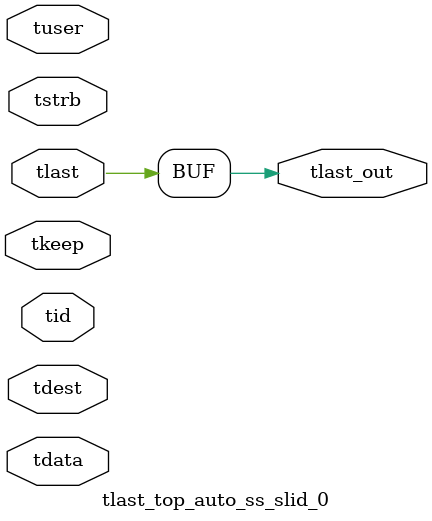
<source format=v>


`timescale 1ps/1ps

module tlast_top_auto_ss_slid_0 #
(
parameter C_S_AXIS_TID_WIDTH   = 1,
parameter C_S_AXIS_TUSER_WIDTH = 0,
parameter C_S_AXIS_TDATA_WIDTH = 0,
parameter C_S_AXIS_TDEST_WIDTH = 0
)
(
input  [(C_S_AXIS_TID_WIDTH   == 0 ? 1 : C_S_AXIS_TID_WIDTH)-1:0       ] tid,
input  [(C_S_AXIS_TDATA_WIDTH == 0 ? 1 : C_S_AXIS_TDATA_WIDTH)-1:0     ] tdata,
input  [(C_S_AXIS_TUSER_WIDTH == 0 ? 1 : C_S_AXIS_TUSER_WIDTH)-1:0     ] tuser,
input  [(C_S_AXIS_TDEST_WIDTH == 0 ? 1 : C_S_AXIS_TDEST_WIDTH)-1:0     ] tdest,
input  [(C_S_AXIS_TDATA_WIDTH/8)-1:0 ] tkeep,
input  [(C_S_AXIS_TDATA_WIDTH/8)-1:0 ] tstrb,
input  [0:0]                                                             tlast,
output                                                                   tlast_out
);

assign tlast_out = {tlast};

endmodule


</source>
